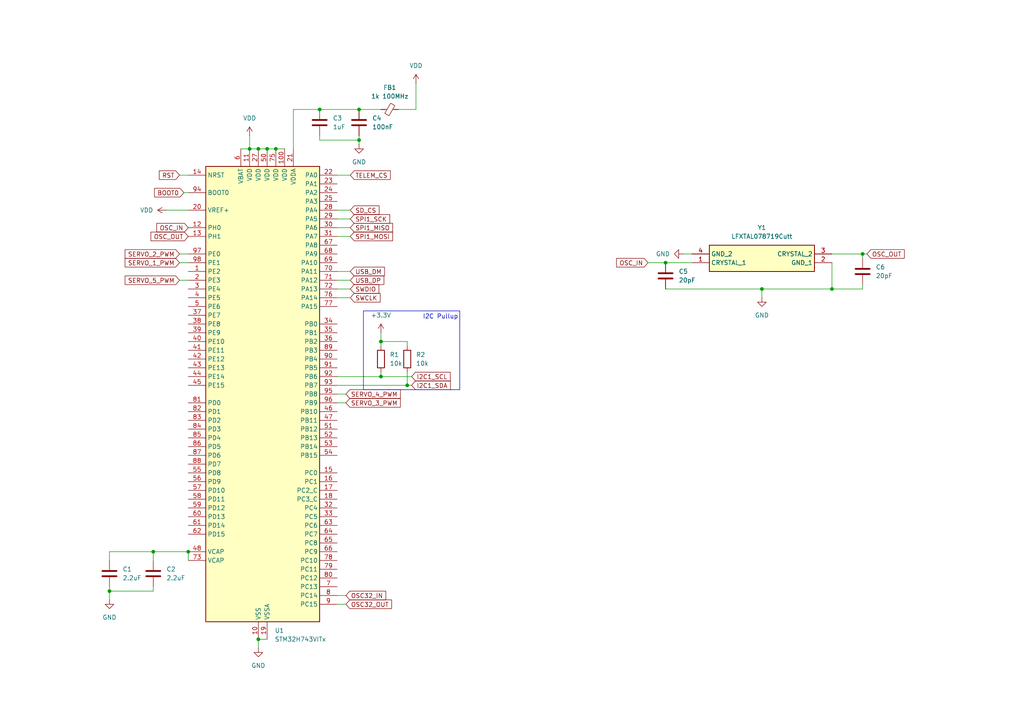
<source format=kicad_sch>
(kicad_sch (version 20231120) (generator "eeschema") (generator_version "8.0")
  (paper "A4")
  (lib_symbols
    (symbol "Device:C" (pin_numbers hide) (pin_names (offset 0.254))
      (property "Reference" "C" (at 0.635 2.54 0))
      (property "Value" "C" (at 0.635 -2.54 0))
      (symbol "C_0_1"
        (polyline (pts (xy -2.032 -0.762) (xy 2.032 -0.762)) (stroke (width 0.508)))
        (polyline (pts (xy -2.032 0.762) (xy 2.032 0.762)) (stroke (width 0.508)))
      )
      (symbol "C_1_1"
        (pin passive line (at 0 3.81 270) (length 2.794) (name "~") (number "1"))
        (pin passive line (at 0 -3.81 90) (length 2.794) (name "~") (number "2"))
      )
    )
    (symbol "Device:FerriteBead_Small" (pin_numbers hide) (pin_names (offset 0))
      (property "Reference" "FB" (at 1.905 1.27 0))
      (property "Value" "FerriteBead_Small" (at 1.905 -1.27 0))
      (symbol "FerriteBead_Small_0_1"
        (polyline (pts (xy 0 -1.27) (xy 0 -0.7874)))
        (polyline (pts (xy 0 0.889) (xy 0 1.2954)))
        (polyline (pts (xy -1.8288 0.2794) (xy -1.1176 1.4986) (xy 1.8288 -0.2032) (xy 1.1176 -1.4224) (xy -1.8288 0.2794)))
      )
      (symbol "FerriteBead_Small_1_1"
        (pin passive line (at 0 2.54 270) (length 1.27) (name "~") (number "1"))
        (pin passive line (at 0 -2.54 90) (length 1.27) (name "~") (number "2"))
      )
    )
    (symbol "Device:R" (pin_numbers hide) (pin_names (offset 0))
      (property "Reference" "R" (at 2.032 0 90))
      (property "Value" "R" (at 0 0 90))
      (symbol "R_0_1"
        (rectangle (start -1.016 -2.54) (end 1.016 2.54) (stroke (width 0.254)))
      )
      (symbol "R_1_1"
        (pin passive line (at 0 3.81 270) (length 1.27) (name "~") (number "1"))
        (pin passive line (at 0 -3.81 90) (length 1.27) (name "~") (number "2"))
      )
    )
    (symbol "MCU_ST_STM32H7:STM32H743VITx"
      (property "Reference" "U" (at -15.24 67.31 0))
      (property "Value" "STM32H743VITx" (at 12.7 67.31 0))
      (symbol "STM32H743VITx_0_1"
        (rectangle (start -15.24 -66.04) (end 17.78 66.04) (stroke (width 0.254)) (fill (type background)))
      )
      (symbol "STM32H743VITx_1_1"
        (pin bidirectional line (at -20.32 35.56 0) (length 5.08) (name "PE2") (number "1"))
        (pin power_in line (at 0 -71.12 90) (length 5.08) (name "VSS") (number "10"))
        (pin power_in line (at 7.62 71.12 270) (length 5.08) (name "VDD") (number "100"))
        (pin power_in line (at -2.54 71.12 270) (length 5.08) (name "VDD") (number "11"))
        (pin bidirectional line (at -20.32 48.26 0) (length 5.08) (name "PH0") (number "12"))
        (pin bidirectional line (at -20.32 45.72 0) (length 5.08) (name "PH1") (number "13"))
        (pin input line (at -20.32 63.5 0) (length 5.08) (name "NRST") (number "14"))
        (pin bidirectional line (at 22.86 -22.86 180) (length 5.08) (name "PC0") (number "15"))
        (pin bidirectional line (at 22.86 -25.4 180) (length 5.08) (name "PC1") (number "16"))
        (pin bidirectional line (at 22.86 -27.94 180) (length 5.08) (name "PC2_C") (number "17"))
        (pin bidirectional line (at 22.86 -30.48 180) (length 5.08) (name "PC3_C") (number "18"))
        (pin power_in line (at 2.54 -71.12 90) (length 5.08) (name "VSSA") (number "19"))
        (pin bidirectional line (at -20.32 33.02 0) (length 5.08) (name "PE3") (number "2"))
        (pin input line (at -20.32 53.34 0) (length 5.08) (name "VREF+") (number "20"))
        (pin power_in line (at 10.16 71.12 270) (length 5.08) (name "VDDA") (number "21"))
        (pin bidirectional line (at 22.86 63.5 180) (length 5.08) (name "PA0") (number "22"))
        (pin bidirectional line (at 22.86 60.96 180) (length 5.08) (name "PA1") (number "23"))
        (pin bidirectional line (at 22.86 58.42 180) (length 5.08) (name "PA2") (number "24"))
        (pin bidirectional line (at 22.86 55.88 180) (length 5.08) (name "PA3") (number "25"))
        (pin passive line (at 0 -71.12 90) (length 5.08) hide (name "VSS") (number "26"))
        (pin power_in line (at 0 71.12 270) (length 5.08) (name "VDD") (number "27"))
        (pin bidirectional line (at 22.86 53.34 180) (length 5.08) (name "PA4") (number "28"))
        (pin bidirectional line (at 22.86 50.8 180) (length 5.08) (name "PA5") (number "29"))
        (pin bidirectional line (at -20.32 30.48 0) (length 5.08) (name "PE4") (number "3"))
        (pin bidirectional line (at 22.86 48.26 180) (length 5.08) (name "PA6") (number "30"))
        (pin bidirectional line (at 22.86 45.72 180) (length 5.08) (name "PA7") (number "31"))
        (pin bidirectional line (at 22.86 -33.02 180) (length 5.08) (name "PC4") (number "32"))
        (pin bidirectional line (at 22.86 -35.56 180) (length 5.08) (name "PC5") (number "33"))
        (pin bidirectional line (at 22.86 20.32 180) (length 5.08) (name "PB0") (number "34"))
        (pin bidirectional line (at 22.86 17.78 180) (length 5.08) (name "PB1") (number "35"))
        (pin bidirectional line (at 22.86 15.24 180) (length 5.08) (name "PB2") (number "36"))
        (pin bidirectional line (at -20.32 22.86 0) (length 5.08) (name "PE7") (number "37"))
        (pin bidirectional line (at -20.32 20.32 0) (length 5.08) (name "PE8") (number "38"))
        (pin bidirectional line (at -20.32 17.78 0) (length 5.08) (name "PE9") (number "39"))
        (pin bidirectional line (at -20.32 27.94 0) (length 5.08) (name "PE5") (number "4"))
        (pin bidirectional line (at -20.32 15.24 0) (length 5.08) (name "PE10") (number "40"))
        (pin bidirectional line (at -20.32 12.7 0) (length 5.08) (name "PE11") (number "41"))
        (pin bidirectional line (at -20.32 10.16 0) (length 5.08) (name "PE12") (number "42"))
        (pin bidirectional line (at -20.32 7.62 0) (length 5.08) (name "PE13") (number "43"))
        (pin bidirectional line (at -20.32 5.08 0) (length 5.08) (name "PE14") (number "44"))
        (pin bidirectional line (at -20.32 2.54 0) (length 5.08) (name "PE15") (number "45"))
        (pin bidirectional line (at 22.86 -5.08 180) (length 5.08) (name "PB10") (number "46"))
        (pin bidirectional line (at 22.86 -7.62 180) (length 5.08) (name "PB11") (number "47"))
        (pin power_out line (at -20.32 -45.72 0) (length 5.08) (name "VCAP") (number "48"))
        (pin passive line (at 0 -71.12 90) (length 5.08) hide (name "VSS") (number "49"))
        (pin bidirectional line (at -20.32 25.4 0) (length 5.08) (name "PE6") (number "5"))
        (pin power_in line (at 2.54 71.12 270) (length 5.08) (name "VDD") (number "50"))
        (pin bidirectional line (at 22.86 -10.16 180) (length 5.08) (name "PB12") (number "51"))
        (pin bidirectional line (at 22.86 -12.7 180) (length 5.08) (name "PB13") (number "52"))
        (pin bidirectional line (at 22.86 -15.24 180) (length 5.08) (name "PB14") (number "53"))
        (pin bidirectional line (at 22.86 -17.78 180) (length 5.08) (name "PB15") (number "54"))
        (pin bidirectional line (at -20.32 -22.86 0) (length 5.08) (name "PD8") (number "55"))
        (pin bidirectional line (at -20.32 -25.4 0) (length 5.08) (name "PD9") (number "56"))
        (pin bidirectional line (at -20.32 -27.94 0) (length 5.08) (name "PD10") (number "57"))
        (pin bidirectional line (at -20.32 -30.48 0) (length 5.08) (name "PD11") (number "58"))
        (pin bidirectional line (at -20.32 -33.02 0) (length 5.08) (name "PD12") (number "59"))
        (pin power_in line (at -5.08 71.12 270) (length 5.08) (name "VBAT") (number "6"))
        (pin bidirectional line (at -20.32 -35.56 0) (length 5.08) (name "PD13") (number "60"))
        (pin bidirectional line (at -20.32 -38.1 0) (length 5.08) (name "PD14") (number "61"))
        (pin bidirectional line (at -20.32 -40.64 0) (length 5.08) (name "PD15") (number "62"))
        (pin bidirectional line (at 22.86 -38.1 180) (length 5.08) (name "PC6") (number "63"))
        (pin bidirectional line (at 22.86 -40.64 180) (length 5.08) (name "PC7") (number "64"))
        (pin bidirectional line (at 22.86 -43.18 180) (length 5.08) (name "PC8") (number "65"))
        (pin bidirectional line (at 22.86 -45.72 180) (length 5.08) (name "PC9") (number "66"))
        (pin bidirectional line (at 22.86 43.18 180) (length 5.08) (name "PA8") (number "67"))
        (pin bidirectional line (at 22.86 40.64 180) (length 5.08) (name "PA9") (number "68"))
        (pin bidirectional line (at 22.86 38.1 180) (length 5.08) (name "PA10") (number "69"))
        (pin bidirectional line (at 22.86 -55.88 180) (length 5.08) (name "PC13") (number "7"))
        (pin bidirectional line (at 22.86 35.56 180) (length 5.08) (name "PA11") (number "70"))
        (pin bidirectional line (at 22.86 33.02 180) (length 5.08) (name "PA12") (number "71"))
        (pin bidirectional line (at 22.86 30.48 180) (length 5.08) (name "PA13") (number "72"))
        (pin power_out line (at -20.32 -48.26 0) (length 5.08) (name "VCAP") (number "73"))
        (pin passive line (at 0 -71.12 90) (length 5.08) hide (name "VSS") (number "74"))
        (pin power_in line (at 5.08 71.12 270) (length 5.08) (name "VDD") (number "75"))
        (pin bidirectional line (at 22.86 27.94 180) (length 5.08) (name "PA14") (number "76"))
        (pin bidirectional line (at 22.86 25.4 180) (length 5.08) (name "PA15") (number "77"))
        (pin bidirectional line (at 22.86 -48.26 180) (length 5.08) (name "PC10") (number "78"))
        (pin bidirectional line (at 22.86 -50.8 180) (length 5.08) (name "PC11") (number "79"))
        (pin bidirectional line (at 22.86 -58.42 180) (length 5.08) (name "PC14") (number "8"))
        (pin bidirectional line (at 22.86 -53.34 180) (length 5.08) (name "PC12") (number "80"))
        (pin bidirectional line (at -20.32 -2.54 0) (length 5.08) (name "PD0") (number "81"))
        (pin bidirectional line (at -20.32 -5.08 0) (length 5.08) (name "PD1") (number "82"))
        (pin bidirectional line (at -20.32 -7.62 0) (length 5.08) (name "PD2") (number "83"))
        (pin bidirectional line (at -20.32 -10.16 0) (length 5.08) (name "PD3") (number "84"))
        (pin bidirectional line (at -20.32 -12.7 0) (length 5.08) (name "PD4") (number "85"))
        (pin bidirectional line (at -20.32 -15.24 0) (length 5.08) (name "PD5") (number "86"))
        (pin bidirectional line (at -20.32 -17.78 0) (length 5.08) (name "PD6") (number "87"))
        (pin bidirectional line (at -20.32 -20.32 0) (length 5.08) (name "PD7") (number "88"))
        (pin bidirectional line (at 22.86 12.7 180) (length 5.08) (name "PB3") (number "89"))
        (pin bidirectional line (at 22.86 -60.96 180) (length 5.08) (name "PC15") (number "9"))
        (pin bidirectional line (at 22.86 10.16 180) (length 5.08) (name "PB4") (number "90"))
        (pin bidirectional line (at 22.86 7.62 180) (length 5.08) (name "PB5") (number "91"))
        (pin bidirectional line (at 22.86 5.08 180) (length 5.08) (name "PB6") (number "92"))
        (pin bidirectional line (at 22.86 2.54 180) (length 5.08) (name "PB7") (number "93"))
        (pin input line (at -20.32 58.42 0) (length 5.08) (name "BOOT0") (number "94"))
        (pin bidirectional line (at 22.86 0 180) (length 5.08) (name "PB8") (number "95"))
        (pin bidirectional line (at 22.86 -2.54 180) (length 5.08) (name "PB9") (number "96"))
        (pin bidirectional line (at -20.32 40.64 0) (length 5.08) (name "PE0") (number "97"))
        (pin bidirectional line (at -20.32 38.1 0) (length 5.08) (name "PE1") (number "98"))
        (pin passive line (at 0 -71.12 90) (length 5.08) hide (name "VSS") (number "99"))
      )
    )
    (symbol "VanguardLib:LFXTAL078719Cutt"
      (property "Reference" "Y" (at 36.83 7.62 0))
      (property "Value" "LFXTAL078719Cutt" (at 36.83 5.08 0))
      (symbol "LFXTAL078719Cutt_1_1"
        (rectangle (start 5.08 2.54) (end 35.56 -5.08) (stroke (width 0.254)) (fill (type background)))
        (pin passive line (at 0 -2.54 0) (length 5.08) (name "CRYSTAL_1") (number "1"))
        (pin passive line (at 40.64 -2.54 180) (length 5.08) (name "GND_1") (number "2"))
        (pin passive line (at 40.64 0 180) (length 5.08) (name "CRYSTAL_2") (number "3"))
        (pin passive line (at 0 0 0) (length 5.08) (name "GND_2") (number "4"))
      )
    )
    (symbol "power:+3.3V" (power) (pin_numbers hide) (pin_names (offset 0) hide)
      (property "Value" "+3.3V" (at 0 3.556 0))
      (symbol "+3.3V_0_1"
        (polyline (pts (xy -0.762 1.27) (xy 0 2.54)))
        (polyline (pts (xy 0 0) (xy 0 2.54)))
        (polyline (pts (xy 0 2.54) (xy 0.762 1.27)))
      )
      (symbol "+3.3V_1_1"
        (pin power_in line (at 0 0 90) (length 0) (name "~") (number "1"))
      )
    )
    (symbol "power:GND" (power) (pin_numbers hide) (pin_names (offset 0) hide)
      (property "Value" "GND" (at 0 -3.81 0))
      (symbol "GND_0_1"
        (polyline (pts (xy 0 0) (xy 0 -1.27) (xy 1.27 -1.27) (xy 0 -2.54) (xy -1.27 -1.27) (xy 0 -1.27)))
      )
      (symbol "GND_1_1"
        (pin power_in line (at 0 0 270) (length 0) (name "~") (number "1"))
      )
    )
    (symbol "power:VDD" (power) (pin_numbers hide) (pin_names (offset 0) hide)
      (property "Value" "VDD" (at 0 3.556 0))
      (symbol "VDD_0_1"
        (polyline (pts (xy -0.762 1.27) (xy 0 2.54)))
        (polyline (pts (xy 0 0) (xy 0 2.54)))
        (polyline (pts (xy 0 2.54) (xy 0.762 1.27)))
      )
      (symbol "VDD_1_1"
        (pin power_in line (at 0 0 90) (length 0) (name "~") (number "1"))
      )
    )
  )
  (junction (at 44.45 160.02))
  (junction (at 104.14 40.64))
  (junction (at 54.61 160.02))
  (junction (at 72.39 43.18))
  (junction (at 220.98 83.82))
  (junction (at 110.49 109.22))
  (junction (at 118.11 111.76))
  (junction (at 241.3 83.82))
  (junction (at 193.04 76.2))
  (junction (at 80.01 43.18))
  (junction (at 74.93 43.18))
  (junction (at 250.19 73.66))
  (junction (at 77.47 43.18))
  (junction (at 92.71 31.75))
  (junction (at 104.14 31.75))
  (junction (at 110.49 99.06))
  (junction (at 74.93 185.42))
  (junction (at 31.75 171.45))
  (wire (pts (xy 241.3 76.2) (xy 241.3 83.82)))
  (wire (pts (xy 104.14 39.37) (xy 104.14 40.64)))
  (wire (pts (xy 220.98 83.82) (xy 220.98 86.36)))
  (wire (pts (xy 53.34 55.88) (xy 54.61 55.88)))
  (wire (pts (xy 97.79 109.22) (xy 110.49 109.22)))
  (wire (pts (xy 97.79 175.26) (xy 100.33 175.26)))
  (wire (pts (xy 241.3 83.82) (xy 250.19 83.82)))
  (wire (pts (xy 97.79 111.76) (xy 118.11 111.76)))
  (wire (pts (xy 31.75 171.45) (xy 31.75 173.99)))
  (wire (pts (xy 193.04 83.82) (xy 220.98 83.82)))
  (wire (pts (xy 80.01 43.18) (xy 82.55 43.18)))
  (wire (pts (xy 104.14 40.64) (xy 104.14 41.91)))
  (wire (pts (xy 118.11 107.95) (xy 118.11 111.76)))
  (wire (pts (xy 198.12 73.66) (xy 200.66 73.66)))
  (wire (pts (xy 85.09 31.75) (xy 92.71 31.75)))
  (wire (pts (xy 120.65 24.13) (xy 120.65 31.75)))
  (wire (pts (xy 44.45 160.02) (xy 54.61 160.02)))
  (wire (pts (xy 69.85 43.18) (xy 72.39 43.18)))
  (wire (pts (xy 31.75 171.45) (xy 44.45 171.45)))
  (wire (pts (xy 250.19 83.82) (xy 250.19 82.55)))
  (wire (pts (xy 97.79 66.04) (xy 101.6 66.04)))
  (wire (pts (xy 110.49 99.06) (xy 118.11 99.06)))
  (wire (pts (xy 74.93 185.42) (xy 74.93 187.96)))
  (wire (pts (xy 54.61 160.02) (xy 54.61 162.56)))
  (wire (pts (xy 72.39 39.37) (xy 72.39 43.18)))
  (wire (pts (xy 110.49 107.95) (xy 110.49 109.22)))
  (wire (pts (xy 250.19 73.66) (xy 241.3 73.66)))
  (wire (pts (xy 97.79 83.82) (xy 101.6 83.82)))
  (wire (pts (xy 92.71 40.64) (xy 92.71 39.37)))
  (wire (pts (xy 250.19 73.66) (xy 250.19 74.93)))
  (wire (pts (xy 110.49 99.06) (xy 110.49 100.33)))
  (wire (pts (xy 97.79 78.74) (xy 101.6 78.74)))
  (wire (pts (xy 31.75 160.02) (xy 31.75 162.56)))
  (wire (pts (xy 97.79 86.36) (xy 101.6 86.36)))
  (wire (pts (xy 118.11 99.06) (xy 118.11 100.33)))
  (wire (pts (xy 74.93 185.42) (xy 77.47 185.42)))
  (wire (pts (xy 44.45 171.45) (xy 44.45 170.18)))
  (wire (pts (xy 97.79 81.28) (xy 101.6 81.28)))
  (wire (pts (xy 92.71 31.75) (xy 104.14 31.75)))
  (wire (pts (xy 97.79 116.84) (xy 100.33 116.84)))
  (wire (pts (xy 118.11 111.76) (xy 119.38 111.76)))
  (wire (pts (xy 31.75 170.18) (xy 31.75 171.45)))
  (wire (pts (xy 97.79 68.58) (xy 101.6 68.58)))
  (wire (pts (xy 74.93 43.18) (xy 77.47 43.18)))
  (wire (pts (xy 85.09 31.75) (xy 85.09 43.18)))
  (wire (pts (xy 110.49 96.52) (xy 110.49 99.06)))
  (wire (pts (xy 110.49 109.22) (xy 119.38 109.22)))
  (wire (pts (xy 97.79 63.5) (xy 101.6 63.5)))
  (wire (pts (xy 54.61 60.96) (xy 48.26 60.96)))
  (wire (pts (xy 52.07 81.28) (xy 54.61 81.28)))
  (wire (pts (xy 97.79 172.72) (xy 100.33 172.72)))
  (wire (pts (xy 52.07 50.8) (xy 54.61 50.8)))
  (wire (pts (xy 77.47 43.18) (xy 80.01 43.18)))
  (wire (pts (xy 97.79 114.3) (xy 100.33 114.3)))
  (wire (pts (xy 52.07 73.66) (xy 54.61 73.66)))
  (wire (pts (xy 220.98 83.82) (xy 241.3 83.82)))
  (wire (pts (xy 72.39 43.18) (xy 74.93 43.18)))
  (wire (pts (xy 92.71 40.64) (xy 104.14 40.64)))
  (wire (pts (xy 120.65 31.75) (xy 115.57 31.75)))
  (wire (pts (xy 104.14 31.75) (xy 110.49 31.75)))
  (wire (pts (xy 52.07 76.2) (xy 54.61 76.2)))
  (wire (pts (xy 251.46 73.66) (xy 250.19 73.66)))
  (wire (pts (xy 97.79 60.96) (xy 101.6 60.96)))
  (wire (pts (xy 187.96 76.2) (xy 193.04 76.2)))
  (wire (pts (xy 44.45 162.56) (xy 44.45 160.02)))
  (wire (pts (xy 44.45 160.02) (xy 31.75 160.02)))
  (wire (pts (xy 193.04 76.2) (xy 200.66 76.2)))
  (wire (pts (xy 97.79 50.8) (xy 101.6 50.8)))
  (rectangle (start 105.41 90.17) (end 133.35 113.03))
  (text "I2C Pullup" (at 127.762 91.948 0) (effects (font (size 1.27 1.27))))
  (global_label "SERVO_4_PWM" (shape input) (at 100.33 114.3 0) (property "Intersheetrefs" "${INTERSHEET_REFS}" (effects (hide yes))))
  (global_label "SERVO_5_PWM" (shape input) (at 52.07 81.28 180) (property "Intersheetrefs" "${INTERSHEET_REFS}" (effects (hide yes))))
  (global_label "SERVO_3_PWM" (shape input) (at 100.33 116.84 0) (property "Intersheetrefs" "${INTERSHEET_REFS}" (effects (hide yes))))
  (global_label "SD_CS" (shape input) (at 101.6 60.96 0) (property "Intersheetrefs" "${INTERSHEET_REFS}" (effects (hide yes))))
  (global_label "SWDIO" (shape input) (at 101.6 83.82 0) (property "Intersheetrefs" "${INTERSHEET_REFS}" (effects (hide yes))))
  (global_label "OSC32_IN" (shape input) (at 100.33 172.72 0) (property "Intersheetrefs" "${INTERSHEET_REFS}" (effects (hide yes))))
  (global_label "OSC32_OUT" (shape input) (at 100.33 175.26 0) (property "Intersheetrefs" "${INTERSHEET_REFS}" (effects (hide yes))))
  (global_label "OSC_IN" (shape input) (at 187.96 76.2 180) (property "Intersheetrefs" "${INTERSHEET_REFS}" (effects (hide yes))))
  (global_label "SWCLK" (shape input) (at 101.6 86.36 0) (property "Intersheetrefs" "${INTERSHEET_REFS}" (effects (hide yes))))
  (global_label "TELEM_CS" (shape input) (at 101.6 50.8 0) (property "Intersheetrefs" "${INTERSHEET_REFS}" (effects (hide yes))))
  (global_label "SPI1_MOSI" (shape input) (at 101.6 68.58 0) (property "Intersheetrefs" "${INTERSHEET_REFS}" (effects (hide yes))))
  (global_label "BOOT0" (shape input) (at 53.34 55.88 180) (property "Intersheetrefs" "${INTERSHEET_REFS}" (effects (hide yes))))
  (global_label "OSC_OUT" (shape input) (at 54.61 68.58 180) (property "Intersheetrefs" "${INTERSHEET_REFS}" (effects (hide yes))))
  (global_label "SERVO_1_PWM" (shape input) (at 52.07 76.2 180) (property "Intersheetrefs" "${INTERSHEET_REFS}" (effects (hide yes))))
  (global_label "I2C1_SDA" (shape input) (at 119.38 111.76 0) (property "Intersheetrefs" "${INTERSHEET_REFS}" (effects (hide yes))))
  (global_label "SPI1_MISO" (shape input) (at 101.6 66.04 0) (property "Intersheetrefs" "${INTERSHEET_REFS}" (effects (hide yes))))
  (global_label "RST" (shape input) (at 52.07 50.8 180) (property "Intersheetrefs" "${INTERSHEET_REFS}" (effects (hide yes))))
  (global_label "USB_DM" (shape input) (at 101.6 78.74 0) (property "Intersheetrefs" "${INTERSHEET_REFS}" (effects (hide yes))))
  (global_label "SERVO_2_PWM" (shape input) (at 52.07 73.66 180) (property "Intersheetrefs" "${INTERSHEET_REFS}" (effects (hide yes))))
  (global_label "OSC_OUT" (shape input) (at 251.46 73.66 0) (property "Intersheetrefs" "${INTERSHEET_REFS}" (effects (hide yes))))
  (global_label "SPI1_SCK" (shape input) (at 101.6 63.5 0) (property "Intersheetrefs" "${INTERSHEET_REFS}" (effects (hide yes))))
  (global_label "I2C1_SCL" (shape input) (at 119.38 109.22 0) (property "Intersheetrefs" "${INTERSHEET_REFS}" (effects (hide yes))))
  (global_label "USB_DP" (shape input) (at 101.6 81.28 0) (property "Intersheetrefs" "${INTERSHEET_REFS}" (effects (hide yes))))
  (global_label "OSC_IN" (shape input) (at 54.61 66.04 180) (property "Intersheetrefs" "${INTERSHEET_REFS}" (effects (hide yes))))
  (symbol (lib_id "Device:C") (at 250.19 78.74 180) (unit 1)
    (property "Reference" "C6" (at 254 77.4699 0) (effects (justify right)))
    (property "Value" "20pF" (at 254 80.0099 0) (effects (justify right)))
    (property "Footprint" "Capacitor_SMD:C_0402_1005Metric" (effects (hide yes)))
    (property "Description" "Unpolarized capacitor" (effects (hide yes)))
  )
  (symbol (lib_id "power:GND") (at 31.75 173.99 0) (unit 1)
    (property "Reference" "#PWR01" (effects (hide yes)))
    (property "Value" "GND" (at 31.75 179.07 0))
    (property "Description" "Power symbol creates a global label with name \"GND\" , ground" (effects (hide yes)))
  )
  (symbol (lib_id "Device:R") (at 118.11 104.14 0) (unit 1)
    (property "Reference" "R2" (at 120.65 102.8699 0) (effects (justify left)))
    (property "Value" "10k" (at 120.65 105.4099 0) (effects (justify left)))
    (property "Footprint" "Resistor_SMD:R_0402_1005Metric" (effects (hide yes)))
    (property "Description" "Resistor" (effects (hide yes)))
  )
  (symbol (lib_id "power:+3.3V") (at 110.49 96.52 0) (unit 1)
    (property "Reference" "#PWR06" (effects (hide yes)))
    (property "Value" "+3.3V" (at 110.49 91.44 0))
    (property "Description" "Power symbol creates a global label with name \"+3.3V\"" (effects (hide yes)))
  )
  (symbol (lib_id "power:VDD") (at 120.65 24.13 0) (unit 1)
    (property "Reference" "#PWR07" (effects (hide yes)))
    (property "Value" "VDD" (at 120.65 19.05 0))
    (property "Description" "Power symbol creates a global label with name \"VDD\"" (effects (hide yes)))
  )
  (symbol (lib_id "Device:C") (at 31.75 166.37 0) (unit 1)
    (property "Reference" "C1" (at 35.56 165.0999 0) (effects (justify left)))
    (property "Value" "2.2uF" (at 35.56 167.6399 0) (effects (justify left)))
    (property "Footprint" "Capacitor_SMD:C_0402_1005Metric" (effects (hide yes)))
    (property "Description" "Unpolarized capacitor" (effects (hide yes)))
  )
  (symbol (lib_id "Device:C") (at 193.04 80.01 180) (unit 1)
    (property "Reference" "C5" (at 196.85 78.7399 0) (effects (justify right)))
    (property "Value" "20pF" (at 196.85 81.2799 0) (effects (justify right)))
    (property "Footprint" "Capacitor_SMD:C_0402_1005Metric" (effects (hide yes)))
    (property "Description" "Unpolarized capacitor" (effects (hide yes)))
  )
  (symbol (lib_id "power:GND") (at 104.14 41.91 0) (unit 1)
    (property "Reference" "#PWR05" (effects (hide yes)))
    (property "Value" "GND" (at 104.14 46.99 0))
    (property "Description" "Power symbol creates a global label with name \"GND\" , ground" (effects (hide yes)))
  )
  (symbol (lib_id "power:GND") (at 74.93 187.96 0) (unit 1)
    (property "Reference" "#PWR04" (effects (hide yes)))
    (property "Value" "GND" (at 74.93 193.04 0))
    (property "Description" "Power symbol creates a global label with name \"GND\" , ground" (effects (hide yes)))
  )
  (symbol (lib_id "VanguardLib:LFXTAL078719Cutt") (at 200.66 73.66 0) (unit 1)
    (property "Reference" "Y1" (at 220.98 66.04 0))
    (property "Value" "LFXTAL078719Cutt" (at 220.98 68.58 0))
    (property "Footprint" "VanguardLib:LFXTAL078719Cutt" (effects (hide yes)))
    (property "Datasheet" "https://www.mouser.de/datasheet/2/741/LFXTAL078719Cutt-1623884.pdf" (effects (hide yes)))
    (property "Description" "Crystals 25MHz 10ppm 10pF -20C + 70C" (effects (hide yes)))
    (property "Height" "0.6" (effects (hide yes)))
    (property "Manufacturer_Name" "IQD" (effects (hide yes)))
    (property "Manufacturer_Part_Number" "LFXTAL078719Cutt" (effects (hide yes)))
    (property "Mouser Part Number" "449-LFXTAL078719CUTT" (effects (hide yes)))
    (property "Mouser Price/Stock" "https://www.mouser.co.uk/ProductDetail/IQD/LFXTAL078719Cutt?qs=P1JMDcb91o7cvJoHnSA2xw%3D%3D" (effects (hide yes)))
  )
  (symbol (lib_id "power:VDD") (at 48.26 60.96 90) (unit 1)
    (property "Reference" "#PWR02" (effects (hide yes)))
    (property "Value" "VDD" (at 44.45 60.9599 90) (effects (justify left)))
    (property "Description" "Power symbol creates a global label with name \"VDD\"" (effects (hide yes)))
  )
  (symbol (lib_id "Device:C") (at 44.45 166.37 0) (unit 1)
    (property "Reference" "C2" (at 48.26 165.0999 0) (effects (justify left)))
    (property "Value" "2.2uF" (at 48.26 167.6399 0) (effects (justify left)))
    (property "Footprint" "Capacitor_SMD:C_0402_1005Metric" (effects (hide yes)))
    (property "Description" "Unpolarized capacitor" (effects (hide yes)))
  )
  (symbol (lib_id "power:GND") (at 198.12 73.66 270) (unit 1)
    (property "Reference" "#PWR08" (effects (hide yes)))
    (property "Value" "GND" (at 194.31 73.6599 90) (effects (justify right)))
    (property "Description" "Power symbol creates a global label with name \"GND\" , ground" (effects (hide yes)))
  )
  (symbol (lib_id "Device:C") (at 104.14 35.56 0) (unit 1)
    (property "Reference" "C4" (at 107.95 34.2899 0) (effects (justify left)))
    (property "Value" "100nF" (at 107.95 36.8299 0) (effects (justify left)))
    (property "Footprint" "Capacitor_SMD:C_0402_1005Metric" (effects (hide yes)))
    (property "Description" "Unpolarized capacitor" (effects (hide yes)))
  )
  (symbol (lib_id "Device:R") (at 110.49 104.14 0) (unit 1)
    (property "Reference" "R1" (at 113.03 102.8699 0) (effects (justify left)))
    (property "Value" "10k" (at 113.03 105.4099 0) (effects (justify left)))
    (property "Footprint" "Resistor_SMD:R_0402_1005Metric" (effects (hide yes)))
    (property "Description" "Resistor" (effects (hide yes)))
  )
  (symbol (lib_id "power:VDD") (at 72.39 39.37 0) (unit 1)
    (property "Reference" "#PWR03" (effects (hide yes)))
    (property "Value" "VDD" (at 72.39 34.29 0))
    (property "Description" "Power symbol creates a global label with name \"VDD\"" (effects (hide yes)))
  )
  (symbol (lib_id "MCU_ST_STM32H7:STM32H743VITx") (at 74.93 114.3 0) (unit 1)
    (property "Reference" "U1" (at 79.6641 182.88 0) (effects (justify left)))
    (property "Value" "STM32H743VITx" (at 79.6641 185.42 0) (effects (justify left)))
    (property "Footprint" "Package_QFP:LQFP-100_14x14mm_P0.5mm" (effects (hide yes)))
    (property "Datasheet" "https://www.st.com/resource/en/datasheet/stm32h743vi.pdf" (effects (hide yes)))
    (property "Description" "STMicroelectronics Arm Cortex-M7 MCU, 2048KB flash, 1024KB RAM, 480 MHz, 1.71-3.6V, 82 GPIO, LQFP100" (effects (hide yes)))
  )
  (symbol (lib_id "Device:FerriteBead_Small") (at 113.03 31.75 270) (unit 1)
    (property "Reference" "FB1" (at 113.0681 25.4 90))
    (property "Value" "1k 100MHz" (at 113.0681 27.94 90))
    (property "Footprint" "Capacitor_SMD:C_0603_1608Metric" (effects (hide yes)))
    (property "Datasheet" "https://www.mouser.com/datasheet/2/281/ENFA0004-1915711.pdf" (effects (hide yes)))
    (property "Description" "Ferrite bead, small symbol" (effects (hide yes)))
  )
  (symbol (lib_id "Device:C") (at 92.71 35.56 0) (unit 1)
    (property "Reference" "C3" (at 96.52 34.2899 0) (effects (justify left)))
    (property "Value" "1uF" (at 96.52 36.8299 0) (effects (justify left)))
    (property "Footprint" "Capacitor_SMD:C_0402_1005Metric" (effects (hide yes)))
    (property "Description" "Unpolarized capacitor" (effects (hide yes)))
  )
  (symbol (lib_id "power:GND") (at 220.98 86.36 0) (unit 1)
    (property "Reference" "#PWR09" (effects (hide yes)))
    (property "Value" "GND" (at 220.98 91.44 0))
    (property "Description" "Power symbol creates a global label with name \"GND\" , ground" (effects (hide yes)))
  )
)
</source>
